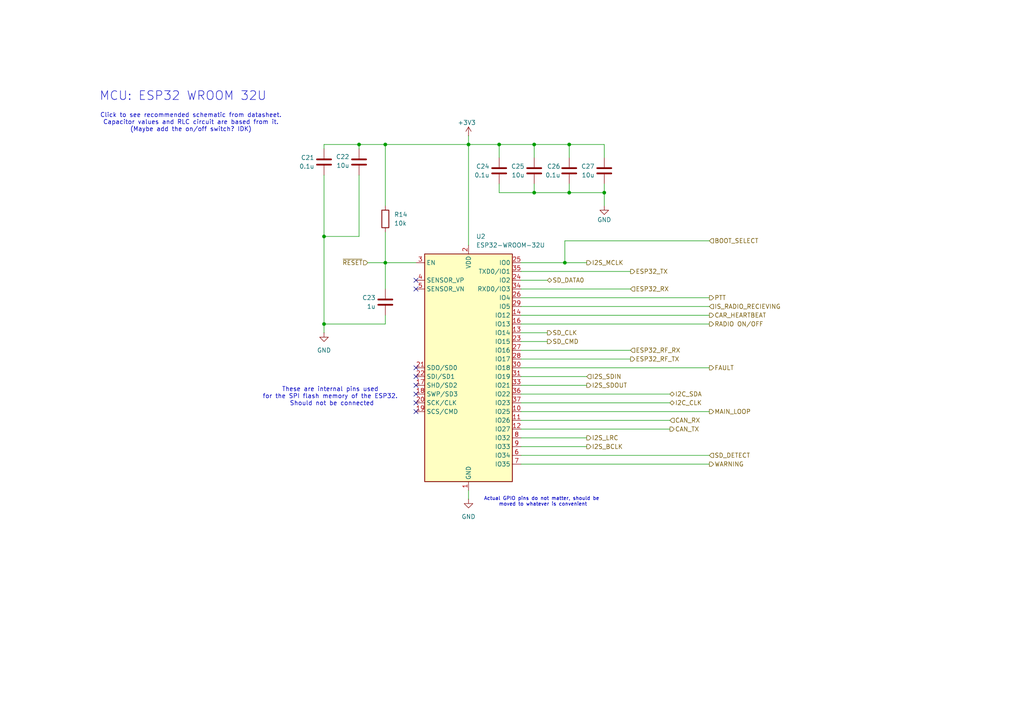
<source format=kicad_sch>
(kicad_sch (version 20250114) (generator "eeschema") (generator_version "9.0")
  (paper "A4")
  (title_block (title "MCU: ESP32-WROOM32D") (rev "v0.3") (company "Goat Fast Racing") (comment 1 "Designed By Liam Jennings"))
  (lib_symbols
    (symbol "Device:C" (pin_numbers (hide yes)) (pin_names (offset 0.254))
      (property "Reference" "C" (at 0.635 2.54 0))
      (property "Value" "C" (at 0.635 -2.54 0))
      (symbol "C_0_1"
        (polyline (pts (xy -2.032 0.762) (xy 2.032 0.762)) (stroke (width 0.508)))
        (polyline (pts (xy -2.032 -0.762) (xy 2.032 -0.762)) (stroke (width 0.508)))
      )
      (symbol "C_1_1"
        (pin passive line (at 0 3.81 270) (length 2.794) (name "~") (number "1"))
        (pin passive line (at 0 -3.81 90) (length 2.794) (name "~") (number "2"))
      )
    )
    (symbol "Device:R" (pin_numbers (hide yes)) (pin_names (offset 0))
      (property "Reference" "R" (at 2.032 0 90))
      (property "Value" "R" (at 0 0 90))
      (symbol "R_0_1"
        (rectangle (start -1.016 -2.54) (end 1.016 2.54) (stroke (width 0.254)))
      )
      (symbol "R_1_1"
        (pin passive line (at 0 3.81 270) (length 1.27) (name "~") (number "1"))
        (pin passive line (at 0 -3.81 90) (length 1.27) (name "~") (number "2"))
      )
    )
    (symbol "RF_Module:ESP32-WROOM-32U"
      (property "Reference" "U" (at -12.7 34.29 0))
      (property "Value" "ESP32-WROOM-32U" (at 1.27 34.29 0))
      (symbol "ESP32-WROOM-32U_0_1"
        (rectangle (start -12.7 33.02) (end 12.7 -33.02) (stroke (width 0.254)) (fill (type background)))
      )
      (symbol "ESP32-WROOM-32U_1_1"
        (pin input line (at -15.24 30.48 0) (length 2.54) (name "EN") (number "3"))
        (pin input line (at -15.24 25.4 0) (length 2.54) (name "SENSOR_VP") (number "4"))
        (pin input line (at -15.24 22.86 0) (length 2.54) (name "SENSOR_VN") (number "5"))
        (pin bidirectional line (at -15.24 0 0) (length 2.54) (name "SDO/SD0") (number "21"))
        (pin bidirectional line (at -15.24 -2.54 0) (length 2.54) (name "SDI/SD1") (number "22"))
        (pin bidirectional line (at -15.24 -5.08 0) (length 2.54) (name "SHD/SD2") (number "17"))
        (pin bidirectional line (at -15.24 -7.62 0) (length 2.54) (name "SWP/SD3") (number "18"))
        (pin bidirectional line (at -15.24 -10.16 0) (length 2.54) (name "SCK/CLK") (number "20"))
        (pin bidirectional line (at -15.24 -12.7 0) (length 2.54) (name "SCS/CMD") (number "19"))
        (pin no_connect line (at -12.7 -27.94 0) (length 2.54) (hide yes) (name "NC") (number "32"))
        (pin power_in line (at 0 35.56 270) (length 2.54) (name "VDD") (number "2"))
        (pin power_in line (at 0 -35.56 90) (length 2.54) (name "GND") (number "1"))
        (pin passive line (at 0 -35.56 90) (length 2.54) (hide yes) (name "GND") (number "15"))
        (pin passive line (at 0 -35.56 90) (length 2.54) (hide yes) (name "GND") (number "38"))
        (pin passive line (at 0 -35.56 90) (length 2.54) (hide yes) (name "GND") (number "39"))
        (pin bidirectional line (at 15.24 30.48 180) (length 2.54) (name "IO0") (number "25"))
        (pin bidirectional line (at 15.24 27.94 180) (length 2.54) (name "TXD0/IO1") (number "35"))
        (pin bidirectional line (at 15.24 25.4 180) (length 2.54) (name "IO2") (number "24"))
        (pin bidirectional line (at 15.24 22.86 180) (length 2.54) (name "RXD0/IO3") (number "34"))
        (pin bidirectional line (at 15.24 20.32 180) (length 2.54) (name "IO4") (number "26"))
        (pin bidirectional line (at 15.24 17.78 180) (length 2.54) (name "IO5") (number "29"))
        (pin bidirectional line (at 15.24 15.24 180) (length 2.54) (name "IO12") (number "14"))
        (pin bidirectional line (at 15.24 12.7 180) (length 2.54) (name "IO13") (number "16"))
        (pin bidirectional line (at 15.24 10.16 180) (length 2.54) (name "IO14") (number "13"))
        (pin bidirectional line (at 15.24 7.62 180) (length 2.54) (name "IO15") (number "23"))
        (pin bidirectional line (at 15.24 5.08 180) (length 2.54) (name "IO16") (number "27"))
        (pin bidirectional line (at 15.24 2.54 180) (length 2.54) (name "IO17") (number "28"))
        (pin bidirectional line (at 15.24 0 180) (length 2.54) (name "IO18") (number "30"))
        (pin bidirectional line (at 15.24 -2.54 180) (length 2.54) (name "IO19") (number "31"))
        (pin bidirectional line (at 15.24 -5.08 180) (length 2.54) (name "IO21") (number "33"))
        (pin bidirectional line (at 15.24 -7.62 180) (length 2.54) (name "IO22") (number "36"))
        (pin bidirectional line (at 15.24 -10.16 180) (length 2.54) (name "IO23") (number "37"))
        (pin bidirectional line (at 15.24 -12.7 180) (length 2.54) (name "IO25") (number "10"))
        (pin bidirectional line (at 15.24 -15.24 180) (length 2.54) (name "IO26") (number "11"))
        (pin bidirectional line (at 15.24 -17.78 180) (length 2.54) (name "IO27") (number "12"))
        (pin bidirectional line (at 15.24 -20.32 180) (length 2.54) (name "IO32") (number "8"))
        (pin bidirectional line (at 15.24 -22.86 180) (length 2.54) (name "IO33") (number "9"))
        (pin input line (at 15.24 -25.4 180) (length 2.54) (name "IO34") (number "6"))
        (pin input line (at 15.24 -27.94 180) (length 2.54) (name "IO35") (number "7"))
      )
    )
    (symbol "power:+3V3" (power) (pin_numbers (hide yes)) (pin_names (offset 0) (hide yes))
      (property "Value" "+3V3" (at 0 3.556 0))
      (symbol "+3V3_0_1"
        (polyline (pts (xy -0.762 1.27) (xy 0 2.54)))
        (polyline (pts (xy 0 2.54) (xy 0.762 1.27)))
        (polyline (pts (xy 0 0) (xy 0 2.54)))
      )
      (symbol "+3V3_1_1"
        (pin power_in line (at 0 0 90) (length 0) (name "~") (number "1"))
      )
    )
    (symbol "power:GND" (power) (pin_numbers (hide yes)) (pin_names (offset 0) (hide yes))
      (property "Value" "GND" (at 0 -3.81 0))
      (symbol "GND_0_1"
        (polyline (pts (xy 0 0) (xy 0 -1.27) (xy 1.27 -1.27) (xy 0 -2.54) (xy -1.27 -1.27) (xy 0 -1.27)))
      )
      (symbol "GND_1_1"
        (pin power_in line (at 0 0 270) (length 0) (name "~") (number "1"))
      )
    )
  )
  (text "Actual GPIO pins do not matter, should be \nmoved to whatever is convenient" (at 157.48 145.542 0) (effects (font (size 1.016 1.016))))
  (text "Click to see recommended schematic from datasheet.\nCapacitor values and RLC circuit are based from it.\n(Maybe add the on/off switch? IDK)" (at 55.372 35.56 0) (effects (font (size 1.27 1.27))))
  (text "These are internal pins used \nfor the SPI flash memory of the ESP32. \nShould not be connected" (at 96.266 115.062 0) (effects (font (size 1.27 1.27))))
  (text "MCU: ESP32 WROOM 32U" (at 53.086 27.94 0) (effects (font (size 2.54 2.54))))
  (junction (at 111.76 41.91))
  (junction (at 165.1 55.88))
  (junction (at 93.98 93.98))
  (junction (at 163.83 76.2))
  (junction (at 104.14 41.91))
  (junction (at 135.89 41.91))
  (junction (at 175.26 55.88))
  (junction (at 144.78 41.91))
  (junction (at 154.94 55.88))
  (junction (at 111.76 76.2))
  (junction (at 165.1 41.91))
  (junction (at 154.94 41.91))
  (junction (at 93.98 68.58))
  (no_connect (at 120.65 109.22))
  (no_connect (at 120.65 114.3))
  (no_connect (at 120.65 106.68))
  (no_connect (at 120.65 119.38))
  (no_connect (at 120.65 81.28))
  (no_connect (at 120.65 111.76))
  (no_connect (at 120.65 116.84))
  (no_connect (at 120.65 83.82))
  (wire (pts (xy 151.13 109.22) (xy 170.18 109.22)))
  (wire (pts (xy 151.13 104.14) (xy 182.88 104.14)))
  (wire (pts (xy 104.14 68.58) (xy 104.14 50.8)))
  (wire (pts (xy 135.89 142.24) (xy 135.89 144.78)))
  (wire (pts (xy 106.68 76.2) (xy 111.76 76.2)))
  (wire (pts (xy 151.13 134.62) (xy 205.74 134.62)))
  (wire (pts (xy 151.13 111.76) (xy 170.18 111.76)))
  (wire (pts (xy 93.98 41.91) (xy 104.14 41.91)))
  (wire (pts (xy 154.94 55.88) (xy 165.1 55.88)))
  (wire (pts (xy 163.83 76.2) (xy 170.18 76.2)))
  (wire (pts (xy 151.13 129.54) (xy 170.18 129.54)))
  (wire (pts (xy 93.98 93.98) (xy 93.98 96.52)))
  (wire (pts (xy 144.78 41.91) (xy 154.94 41.91)))
  (wire (pts (xy 151.13 116.84) (xy 194.31 116.84)))
  (wire (pts (xy 151.13 99.06) (xy 158.75 99.06)))
  (wire (pts (xy 151.13 83.82) (xy 182.88 83.82)))
  (wire (pts (xy 163.83 76.2) (xy 163.83 69.85)))
  (wire (pts (xy 151.13 106.68) (xy 205.74 106.68)))
  (wire (pts (xy 144.78 55.88) (xy 144.78 53.34)))
  (wire (pts (xy 165.1 45.72) (xy 165.1 41.91)))
  (wire (pts (xy 151.13 91.44) (xy 205.74 91.44)))
  (wire (pts (xy 93.98 93.98) (xy 111.76 93.98)))
  (wire (pts (xy 93.98 68.58) (xy 104.14 68.58)))
  (wire (pts (xy 151.13 86.36) (xy 205.74 86.36)))
  (wire (pts (xy 163.83 69.85) (xy 205.74 69.85)))
  (wire (pts (xy 151.13 119.38) (xy 205.74 119.38)))
  (wire (pts (xy 175.26 41.91) (xy 165.1 41.91)))
  (wire (pts (xy 151.13 93.98) (xy 205.74 93.98)))
  (wire (pts (xy 154.94 45.72) (xy 154.94 41.91)))
  (wire (pts (xy 93.98 50.8) (xy 93.98 68.58)))
  (wire (pts (xy 151.13 81.28) (xy 158.75 81.28)))
  (wire (pts (xy 151.13 76.2) (xy 163.83 76.2)))
  (wire (pts (xy 135.89 41.91) (xy 135.89 71.12)))
  (wire (pts (xy 165.1 55.88) (xy 165.1 53.34)))
  (wire (pts (xy 151.13 88.9) (xy 205.74 88.9)))
  (wire (pts (xy 111.76 41.91) (xy 135.89 41.91)))
  (wire (pts (xy 144.78 55.88) (xy 154.94 55.88)))
  (wire (pts (xy 151.13 121.92) (xy 194.31 121.92)))
  (wire (pts (xy 111.76 41.91) (xy 111.76 59.69)))
  (wire (pts (xy 151.13 101.6) (xy 182.88 101.6)))
  (wire (pts (xy 151.13 78.74) (xy 182.88 78.74)))
  (wire (pts (xy 154.94 55.88) (xy 154.94 53.34)))
  (wire (pts (xy 111.76 83.82) (xy 111.76 76.2)))
  (wire (pts (xy 93.98 68.58) (xy 93.98 93.98)))
  (wire (pts (xy 93.98 41.91) (xy 93.98 43.18)))
  (wire (pts (xy 165.1 55.88) (xy 175.26 55.88)))
  (wire (pts (xy 111.76 76.2) (xy 120.65 76.2)))
  (wire (pts (xy 154.94 41.91) (xy 165.1 41.91)))
  (wire (pts (xy 135.89 41.91) (xy 144.78 41.91)))
  (wire (pts (xy 151.13 96.52) (xy 158.75 96.52)))
  (wire (pts (xy 194.31 114.3) (xy 151.13 114.3)))
  (wire (pts (xy 151.13 127) (xy 170.18 127)))
  (wire (pts (xy 111.76 93.98) (xy 111.76 91.44)))
  (wire (pts (xy 144.78 45.72) (xy 144.78 41.91)))
  (wire (pts (xy 104.14 41.91) (xy 104.14 43.18)))
  (wire (pts (xy 175.26 55.88) (xy 175.26 53.34)))
  (wire (pts (xy 175.26 55.88) (xy 175.26 59.69)))
  (wire (pts (xy 111.76 67.31) (xy 111.76 76.2)))
  (wire (pts (xy 151.13 132.08) (xy 205.74 132.08)))
  (wire (pts (xy 151.13 124.46) (xy 194.31 124.46)))
  (wire (pts (xy 135.89 41.91) (xy 135.89 39.37)))
  (wire (pts (xy 175.26 45.72) (xy 175.26 41.91)))
  (wire (pts (xy 104.14 41.91) (xy 111.76 41.91)))
  (hierarchical_label "ESP32_RF_TX" (shape output) (at 182.88 104.14 0))
  (hierarchical_label "I2S_MCLK" (shape output) (at 170.18 76.2 0))
  (hierarchical_label "I2C_CLK" (shape bidirectional) (at 194.31 116.84 0))
  (hierarchical_label "SD_CMD" (shape output) (at 158.75 99.06 0))
  (hierarchical_label "IS_RADIO_RECIEVING" (shape input) (at 205.74 88.9 0))
  (hierarchical_label "I2C_SDA" (shape bidirectional) (at 194.31 114.3 0))
  (hierarchical_label "~{RESET}" (shape input) (at 106.68 76.2 180))
  (hierarchical_label "I2S_LRC" (shape output) (at 170.18 127 0))
  (hierarchical_label "ESP32_RX" (shape input) (at 182.88 83.82 0))
  (hierarchical_label "SD_DETECT" (shape input) (at 205.74 132.08 0))
  (hierarchical_label "SD_DATA0" (shape bidirectional) (at 158.75 81.28 0))
  (hierarchical_label "I2S_SDOUT" (shape output) (at 170.18 111.76 0))
  (hierarchical_label "CAN_TX" (shape output) (at 194.31 124.46 0))
  (hierarchical_label "WARNING" (shape output) (at 205.74 134.62 0))
  (hierarchical_label "SD_CLK" (shape output) (at 158.75 96.52 0))
  (hierarchical_label "I2S_SDIN" (shape input) (at 170.18 109.22 0))
  (hierarchical_label "CAR_HEARTBEAT" (shape output) (at 205.74 91.44 0))
  (hierarchical_label "MAIN_LOOP" (shape output) (at 205.74 119.38 0))
  (hierarchical_label "ESP32_RF_RX" (shape input) (at 182.88 101.6 0))
  (hierarchical_label "CAN_RX" (shape input) (at 194.31 121.92 0))
  (hierarchical_label "FAULT" (shape output) (at 205.74 106.68 0))
  (hierarchical_label "I2S_BCLK" (shape output) (at 170.18 129.54 0))
  (hierarchical_label "BOOT_SELECT" (shape input) (at 205.74 69.85 0))
  (hierarchical_label "PTT" (shape output) (at 205.74 86.36 0))
  (hierarchical_label "ESP32_TX" (shape output) (at 182.88 78.74 0))
  (hierarchical_label "RADIO ON{slash}OFF" (shape output) (at 205.74 93.98 0))
  (symbol (lib_id "power:+3V3") (at 135.89 39.37 0) (unit 1)
    (property "Reference" "#PWR046" (effects (hide yes)))
    (property "Value" "+3V3" (at 135.382 35.56 0))
    (property "Description" "Power symbol creates a global label with name \"+3V3\"" (effects (hide yes)))
  )
  (symbol (lib_id "power:GND") (at 175.26 59.69 0) (unit 1)
    (property "Reference" "#PWR047" (effects (hide yes)))
    (property "Value" "GND" (at 175.26 63.754 0))
    (property "Description" "Power symbol creates a global label with name \"GND\" , ground" (effects (hide yes)))
  )
  (symbol (lib_id "Device:C") (at 93.98 46.99 0) (mirror y) (unit 1)
    (property "Reference" "C21" (at 91.186 45.72 0) (effects (justify left)))
    (property "Value" "0.1u" (at 91.186 48.26 0) (effects (justify left)))
    (property "Footprint" "Capacitor_SMD:C_0402_1005Metric" (effects (hide yes)))
    (property "Description" "Unpolarized capacitor" (effects (hide yes)))
    (property "IPN" "CAP-000031-00" (effects (hide yes)))
  )
  (symbol (lib_id "Device:C") (at 111.76 87.63 180) (unit 1)
    (property "Reference" "C23" (at 108.966 86.36 0) (effects (justify left)))
    (property "Value" "1u" (at 108.966 88.9 0) (effects (justify left)))
    (property "Footprint" "Capacitor_SMD:C_0402_1005Metric" (effects (hide yes)))
    (property "Description" "Unpolarized capacitor" (effects (hide yes)))
    (property "IPN" "CAP-000012-00" (effects (hide yes)))
  )
  (symbol (lib_id "power:GND") (at 93.98 96.52 0) (unit 1)
    (property "Reference" "#PWR09" (effects (hide yes)))
    (property "Value" "GND" (at 93.98 101.6 0))
    (property "Description" "Power symbol creates a global label with name \"GND\" , ground" (effects (hide yes)))
  )
  (symbol (lib_id "Device:C") (at 175.26 49.53 0) (mirror y) (unit 1)
    (property "Reference" "C27" (at 172.466 48.26 0) (effects (justify left)))
    (property "Value" "10u" (at 172.466 50.8 0) (effects (justify left)))
    (property "Footprint" "Capacitor_SMD:C_0402_1005Metric" (effects (hide yes)))
    (property "Description" "Unpolarized capacitor" (effects (hide yes)))
    (property "IPN" "CAP-000017-00" (effects (hide yes)))
  )
  (symbol (lib_id "Device:C") (at 104.14 46.99 0) (mirror y) (unit 1)
    (property "Reference" "C22" (at 101.346 45.466 0) (effects (justify left)))
    (property "Value" "10u" (at 101.346 48.006 0) (effects (justify left)))
    (property "Footprint" "Capacitor_SMD:C_0402_1005Metric" (effects (hide yes)))
    (property "Description" "Unpolarized capacitor" (effects (hide yes)))
    (property "IPN" "CAP-000017-00" (effects (hide yes)))
  )
  (symbol (lib_id "Device:C") (at 165.1 49.53 0) (mirror y) (unit 1)
    (property "Reference" "C26" (at 162.56 48.26 0) (effects (justify left)))
    (property "Value" "0.1u" (at 162.56 50.8 0) (effects (justify left)))
    (property "Footprint" "Capacitor_SMD:C_0402_1005Metric" (effects (hide yes)))
    (property "Description" "Unpolarized capacitor" (effects (hide yes)))
    (property "IPN" "CAP-000031-00" (effects (hide yes)))
  )
  (symbol (lib_id "power:GND") (at 135.89 144.78 0) (unit 1)
    (property "Reference" "#PWR016" (effects (hide yes)))
    (property "Value" "GND" (at 135.89 149.86 0))
    (property "Description" "Power symbol creates a global label with name \"GND\" , ground" (effects (hide yes)))
  )
  (symbol (lib_id "RF_Module:ESP32-WROOM-32U") (at 135.89 106.68 0) (unit 1)
    (property "Reference" "U2" (at 138.0841 68.58 0) (effects (justify left)))
    (property "Value" "ESP32-WROOM-32U" (at 138.0841 71.12 0) (effects (justify left)))
    (property "Footprint" "RF_Module:ESP32-WROOM-32U" (effects (hide yes)))
    (property "Datasheet" "https://www.espressif.com/sites/default/files/documentation/esp32-wroom-32d_esp32-wroom-32u_datasheet_en.pdf" (effects (hide yes)))
    (property "Description" "RF Module, ESP32-D0WD SoC, Wi-Fi 802.11b/g/n, Bluetooth, BLE, 32-bit, 2.7-3.6V, external antenna, SMD" (effects (hide yes)))
    (property "IPN" "ICS-000522-00" (effects (hide yes)))
  )
  (symbol (lib_id "Device:R") (at 111.76 63.5 180) (unit 1)
    (property "Reference" "R14" (at 114.3 62.2299 0) (effects (justify right)))
    (property "Value" "10k" (at 114.3 64.7699 0) (effects (justify right)))
    (property "Footprint" "Resistor_SMD:R_0402_1005Metric" (effects (hide yes)))
    (property "Description" "Resistor" (effects (hide yes)))
    (property "IPN" "RES-000028-00" (effects (hide yes)))
  )
  (symbol (lib_id "Device:C") (at 154.94 49.53 0) (mirror y) (unit 1)
    (property "Reference" "C25" (at 152.146 48.26 0) (effects (justify left)))
    (property "Value" "10u" (at 152.146 50.8 0) (effects (justify left)))
    (property "Footprint" "Capacitor_SMD:C_0402_1005Metric" (effects (hide yes)))
    (property "Description" "Unpolarized capacitor" (effects (hide yes)))
    (property "IPN" "CAP-000017-00" (effects (hide yes)))
  )
  (symbol (lib_id "Device:C") (at 144.78 49.53 0) (mirror y) (unit 1)
    (property "Reference" "C24" (at 141.986 48.26 0) (effects (justify left)))
    (property "Value" "0.1u" (at 141.986 50.8 0) (effects (justify left)))
    (property "Footprint" "Capacitor_SMD:C_0402_1005Metric" (effects (hide yes)))
    (property "Description" "Unpolarized capacitor" (effects (hide yes)))
    (property "IPN" "CAP-000031-00" (effects (hide yes)))
  )
)
</source>
